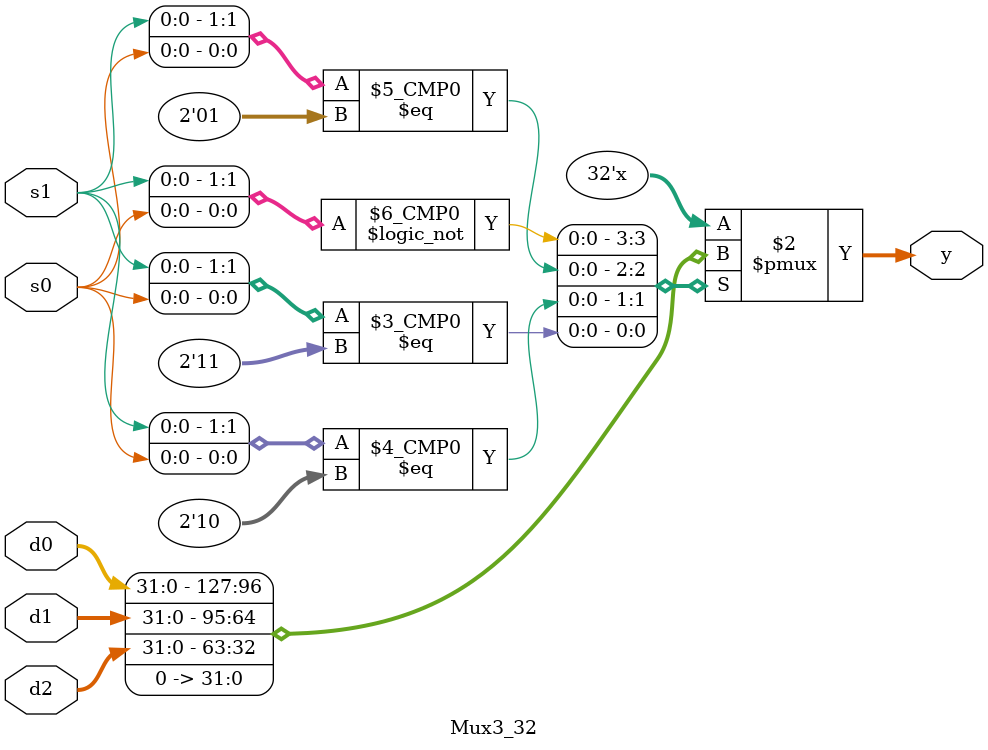
<source format=v>
`timescale 1ns / 1ps


module Mux3_32(
    input  [31:0] d0,       // 第一个32位输入
    input  [31:0] d1,       // 第二个32位输入
    input  [31:0] d2,       // 第三个32位输入
    input         s0,       // 第一个选择信号
    input         s1,       // 第二个选择信号
    output reg [31:0] y         // 32位输出

    );
    always @(*) begin
        case({s1,s0})
            2'b00: y = d0; // 当s1=0且s0=0时选择d0
            2'b01: y = d1; // 当s1=0且s0=1时选择d1
            2'b10: y = d2; // 当s1=1且s0=0时选择d2
            2'b11: y = 0; // 当s1=1且s0=1时选择d2（可以根据需要修改）
            default: y = 32'h00000000; // 默认值
        endcase
    end
endmodule

</source>
